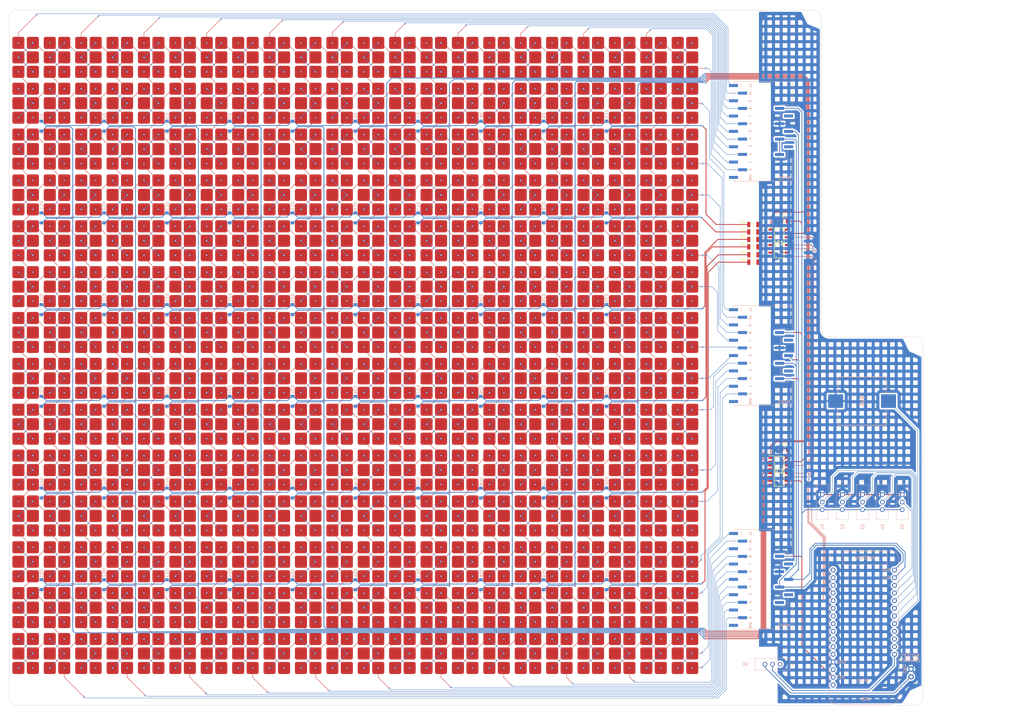
<source format=kicad_pcb>
(kicad_pcb (version 20211014) (generator pcbnew)

  (general
    (thickness 1.6)
  )

  (paper "User" 450.012 350.012)
  (layers
    (0 "F.Cu" signal)
    (31 "B.Cu" signal)
    (32 "B.Adhes" user "B.Adhesive")
    (33 "F.Adhes" user "F.Adhesive")
    (34 "B.Paste" user)
    (35 "F.Paste" user)
    (36 "B.SilkS" user "B.Silkscreen")
    (37 "F.SilkS" user "F.Silkscreen")
    (38 "B.Mask" user)
    (39 "F.Mask" user)
    (40 "Dwgs.User" user "User.Drawings")
    (41 "Cmts.User" user "User.Comments")
    (42 "Eco1.User" user "User.Eco1")
    (43 "Eco2.User" user "User.Eco2")
    (44 "Edge.Cuts" user)
    (45 "Margin" user)
    (46 "B.CrtYd" user "B.Courtyard")
    (47 "F.CrtYd" user "F.Courtyard")
    (48 "B.Fab" user)
    (49 "F.Fab" user)
    (50 "User.1" user)
    (51 "User.2" user)
    (52 "User.3" user)
    (53 "User.4" user)
    (54 "User.5" user)
    (55 "User.6" user)
    (56 "User.7" user)
    (57 "User.8" user)
    (58 "User.9" user)
  )

  (setup
    (stackup
      (layer "F.SilkS" (type "Top Silk Screen"))
      (layer "F.Paste" (type "Top Solder Paste"))
      (layer "F.Mask" (type "Top Solder Mask") (thickness 0.01))
      (layer "F.Cu" (type "copper") (thickness 0.035))
      (layer "dielectric 1" (type "core") (thickness 1.51) (material "FR4") (epsilon_r 4.5) (loss_tangent 0.02))
      (layer "B.Cu" (type "copper") (thickness 0.035))
      (layer "B.Mask" (type "Bottom Solder Mask") (thickness 0.01))
      (layer "B.Paste" (type "Bottom Solder Paste"))
      (layer "B.SilkS" (type "Bottom Silk Screen"))
      (copper_finish "None")
      (dielectric_constraints no)
    )
    (pad_to_mask_clearance 0)
    (pcbplotparams
      (layerselection 0x00010fc_ffffffff)
      (disableapertmacros false)
      (usegerberextensions true)
      (usegerberattributes false)
      (usegerberadvancedattributes false)
      (creategerberjobfile false)
      (svguseinch false)
      (svgprecision 6)
      (excludeedgelayer true)
      (plotframeref false)
      (viasonmask false)
      (mode 1)
      (useauxorigin false)
      (hpglpennumber 1)
      (hpglpenspeed 20)
      (hpglpendiameter 15.000000)
      (dxfpolygonmode true)
      (dxfimperialunits true)
      (dxfusepcbnewfont true)
      (psnegative false)
      (psa4output false)
      (plotreference true)
      (plotvalue false)
      (plotinvisibletext false)
      (sketchpadsonfab false)
      (subtractmaskfromsilk true)
      (outputformat 1)
      (mirror false)
      (drillshape 0)
      (scaleselection 1)
      (outputdirectory "Gerber/")
    )
  )

  (net 0 "")
  (net 1 "/C01")
  (net 2 "/R01")
  (net 3 "/R02")
  (net 4 "/C02")
  (net 5 "/C03")
  (net 6 "/C04")
  (net 7 "/C05")
  (net 8 "/C06")
  (net 9 "/C07")
  (net 10 "/C08")
  (net 11 "/C09")
  (net 12 "/C10")
  (net 13 "/C11")
  (net 14 "/C12")
  (net 15 "/C13")
  (net 16 "/C14")
  (net 17 "/C15")
  (net 18 "/C16")
  (net 19 "/C17")
  (net 20 "/C18")
  (net 21 "/C19")
  (net 22 "/C20")
  (net 23 "/C21")
  (net 24 "/C22")
  (net 25 "unconnected-(MPR1-Pad0)")
  (net 26 "/+3V3")
  (net 27 "unconnected-(MPR1-Pad14)")
  (net 28 "unconnected-(MCU1-Pad1)")
  (net 29 "unconnected-(MCU1-Pad3)")
  (net 30 "GND")
  (net 31 "unconnected-(MPR1-Pad18)")
  (net 32 "unconnected-(MCU1-Pad5)")
  (net 33 "unconnected-(MPR2-Pad0)")
  (net 34 "/S1")
  (net 35 "unconnected-(MPR2-Pad14)")
  (net 36 "/S2")
  (net 37 "/S3")
  (net 38 "/S4")
  (net 39 "unconnected-(MPR2-Pad18)")
  (net 40 "/S5")
  (net 41 "/R03")
  (net 42 "unconnected-(MPR3-Pad0)")
  (net 43 "/R07")
  (net 44 "/R08")
  (net 45 "unconnected-(MPR3-Pad14)")
  (net 46 "unconnected-(MCU1-Pad14)")
  (net 47 "unconnected-(MPR3-Pad18)")
  (net 48 "unconnected-(MPR3-Pad19)")
  (net 49 "/R04")
  (net 50 "/R05")
  (net 51 "/R06")
  (net 52 "/R09")
  (net 53 "/R10")
  (net 54 "/R11")
  (net 55 "/R12")
  (net 56 "/R13")
  (net 57 "/R14")
  (net 58 "unconnected-(MCU1-Pad15)")
  (net 59 "unconnected-(MCU1-Pad16)")
  (net 60 "/SDA")
  (net 61 "/SCL")
  (net 62 "unconnected-(MCU1-Pad10)")
  (net 63 "unconnected-(MCU1-Pad25)")
  (net 64 "/SH_CP")
  (net 65 "/ST_CP")
  (net 66 "/DS")
  (net 67 "unconnected-(MCU1-Pad26)")
  (net 68 "unconnected-(MCU1-Pad27)")
  (net 69 "/LR1")
  (net 70 "/LC1")
  (net 71 "/LC2")
  (net 72 "/LC3")
  (net 73 "/LC4")
  (net 74 "/LC5")
  (net 75 "/LC6")
  (net 76 "/LC7")
  (net 77 "/LC8")
  (net 78 "/LR2")
  (net 79 "/LR3")
  (net 80 "/LR4")
  (net 81 "/LR5")
  (net 82 "/LR6")
  (net 83 "/LC9")
  (net 84 "/LC10")
  (net 85 "/RR2")
  (net 86 "/RR3")
  (net 87 "/RR4")
  (net 88 "/RR5")
  (net 89 "/RR6")
  (net 90 "/RR1")
  (net 91 "/QH")
  (net 92 "unconnected-(IC2-Pad9)")
  (net 93 "unconnected-(S0-Pad1)")
  (net 94 "/i_VBAT")
  (net 95 "/VBAT")
  (net 96 "unconnected-(MCU1-Pad6)")
  (net 97 "unconnected-(MCU1-Pad7)")
  (net 98 "unconnected-(MCU1-Pad8)")
  (net 99 "unconnected-(MCU1-Pad9)")
  (net 100 "Net-(BU1-Pad1)")

  (footprint "letterboard-FOOTPRINT-library-v1.0:TOUCH_ELECTRODE_BASE_ODD" (layer "F.Cu") (at 233.35 144.25))

  (footprint "letterboard-FOOTPRINT-library-v1.0:TOUCH_ELECTRODE_BASE_EVEN" (layer "F.Cu") (at 139.75 281.05))

  (footprint "letterboard-FOOTPRINT-library-v1.0:TOUCH_ELECTRODE_BASE_EVEN" (layer "F.Cu") (at 274.95 220.25))

  (footprint "letterboard-FOOTPRINT-library-v1.0:TOUCH_ELECTRODE_BASE_EVEN" (layer "F.Cu") (at 285.35 281.05))

  (footprint "letterboard-FOOTPRINT-library-v1.0:TOUCH_ELECTRODE_BASE_EVEN" (layer "F.Cu") (at 181.35 129.05))

  (footprint "letterboard-FOOTPRINT-library-v1.0:TOUCH_ELECTRODE_BASE_EVEN" (layer "F.Cu") (at 87.75 129.05))

  (footprint "letterboard-FOOTPRINT-library-v1.0:TOUCH_ELECTRODE_BASE_EVEN" (layer "F.Cu") (at 243.75 220.25))

  (footprint "letterboard-FOOTPRINT-library-v1.0:TOUCH_ELECTRODE_BASE_ODD" (layer "F.Cu") (at 129.35 265.85))

  (footprint "letterboard-FOOTPRINT-library-v1.0:TOUCH_ELECTRODE_BASE_EVEN" (layer "F.Cu") (at 98.15 281.05))

  (footprint "letterboard-FOOTPRINT-library-v1.0:TOUCH_ELECTRODE_BASE_ODD" (layer "F.Cu") (at 191.75 113.85))

  (footprint "letterboard-FOOTPRINT-library-v1.0:TOUCH_ELECTRODE_BASE_ODD" (layer "F.Cu") (at 191.75 83.45))

  (footprint "letterboard-FOOTPRINT-library-v1.0:TOUCH_ELECTRODE_BASE_EVEN" (layer "F.Cu") (at 285.35 98.65))

  (footprint "letterboard-FOOTPRINT-library-v1.0:TOUCH_ELECTRODE_BASE_ODD" (layer "F.Cu") (at 264.55 113.85))

  (footprint "letterboard-FOOTPRINT-library-v1.0:TOUCH_ELECTRODE_BASE_ODD" (layer "F.Cu") (at 243.75 205.05))

  (footprint "letterboard-FOOTPRINT-library-v1.0:TOUCH_ELECTRODE_BASE_ODD" (layer "F.Cu") (at 222.95 265.85))

  (footprint "letterboard-FOOTPRINT-library-v1.0:TOUCH_ELECTRODE_BASE_ODD" (layer "F.Cu") (at 212.55 113.85))

  (footprint "letterboard-FOOTPRINT-library-v1.0:TOUCH_ELECTRODE_BASE_EVEN" (layer "F.Cu") (at 264.55 98.65))

  (footprint "letterboard-FOOTPRINT-library-v1.0:TOUCH_ELECTRODE_BASE_EVEN" (layer "F.Cu") (at 87.75 281.05))

  (footprint "letterboard-FOOTPRINT-library-v1.0:TOUCH_ELECTRODE_BASE_EVEN" (layer "F.Cu") (at 202.15 250.65))

  (footprint "letterboard-FOOTPRINT-library-v1.0:TOUCH_ELECTRODE_BASE_EVEN" (layer "F.Cu") (at 77.35 220.25))

  (footprint "letterboard-FOOTPRINT-library-v1.0:TOUCH_ELECTRODE_BASE_ODD" (layer "F.Cu") (at 118.95 144.25))

  (footprint "letterboard-FOOTPRINT-library-v1.0:TOUCH_ELECTRODE_BASE_ODD" (layer "F.Cu") (at 274.95 144.25))

  (footprint "letterboard-FOOTPRINT-library-v1.0:TOUCH_ELECTRODE_BASE_EVEN" (layer "F.Cu") (at 118.95 98.65))

  (footprint "letterboard-FOOTPRINT-library-v1.0:TOUCH_ELECTRODE_BASE_EVEN" (layer "F.Cu") (at 77.35 159.45))

  (footprint "letterboard-FOOTPRINT-library-v1.0:TOUCH_ELECTRODE_BASE_ODD" (layer "F.Cu") (at 243.75 83.45))

  (footprint "letterboard-FOOTPRINT-library-v1.0:TOUCH_ELECTRODE_BASE_EVEN" (layer "F.Cu") (at 295.75 220.25))

  (footprint "letterboard-FOOTPRINT-library-v1.0:TOUCH_ELECTRODE_BASE_EVEN" (layer "F.Cu") (at 233.35 281.05))

  (footprint "letterboard-FOOTPRINT-library-v1.0:TOUCH_ELECTRODE_BASE_EVEN" (layer "F.Cu") (at 202.15 98.65))

  (footprint "letterboard-FOOTPRINT-library-v1.0:TOUCH_ELECTRODE_BASE_EVEN" (layer "F.Cu") (at 87.75 220.25))

  (footprint "letterboard-FOOTPRINT-library-v1.0:TOUCH_ELECTRODE_BASE_ODD" (layer "F.Cu") (at 129.35 144.25))

  (footprint "letterboard-FOOTPRINT-library-v1.0:TOUCH_ELECTRODE_BASE_ODD" (layer "F.Cu") (at 222.95 174.65))

  (footprint "letterboard-FOOTPRINT-library-v1.0:TOUCH_ELECTRODE_BASE_EVEN" (layer "F.Cu") (at 170.95 98.65))

  (footprint "letterboard-FOOTPRINT-library-v1.0:TOUCH_ELECTRODE_BASE_ODD" (layer "F.Cu") (at 222.95 144.25))

  (footprint "letterboard-FOOTPRINT-library-v1.0:TOUCH_ELECTRODE_BASE_EVEN" (layer "F.Cu") (at 191.75 98.65))

  (footprint "letterboard-FOOTPRINT-library-v1.0:TOUCH_ELECTRODE_BASE_ODD" (layer "F.Cu") (at 274.95 174.65))

  (footprint "letterboard-FOOTPRINT-library-v1.0:TOUCH_ELECTRODE_BASE_EVEN" (layer "F.Cu") (at 285.35 159.45))

  (footprint "letterboard-FOOTPRINT-library-v1.0:TOUCH_ELECTRODE_BASE_ODD" (layer "F.Cu") (at 264.55 144.25))

  (footprint "letterboard-FOOTPRINT-library-v1.0:TOUCH_ELECTRODE_BASE_ODD" (layer "F.Cu") (at 274.95 235.45))

  (footprint "letterboard-FOOTPRINT-library-v1.0:TOUCH_ELECTRODE_BASE_EVEN" (layer "F.Cu") (at 129.35 189.85))

  (footprint "letterboard-FOOTPRINT-library-v1.0:TOUCH_ELECTRODE_BASE_ODD" (layer "F.Cu") (at 212.55 235.45))

  (footprint "letterboard-FOOTPRINT-library-v1.0:TOUCH_ELECTRODE_BASE_ODD" (layer "F.Cu") (at 212.55 205.05))

  (footprint "letterboard-FOOTPRINT-library-v1.0:TOUCH_ELECTRODE_BASE_EVEN" (layer "F.Cu") (at 98.15 189.85))

  (footprint "letterboard-FOOTPRINT-library-v1.0:TOUCH_ELECTRODE_BASE_EVEN" locked (layer "F.Cu")
    (tedit 6279992B) (tstamp 246f94e0-17ca-4746-b09d-f5b026a2158c)
    (at 77.35 250.65)
    (property "Sheetfile" "RPM Gen 3.kicad_sch")
    (property "Sheetname" "")
    (property "exclude_from_bom" "")
    (path "/52c5be95-03ac-42a7-ba95-0d4a1de35a21")
    (attr through_hole exclude_from_bom)
    (fp_text reference "ELEC243" (at 0.2 9.3 unlocked) (layer "F.SilkS") hide
      (effects (font (size 1 1) (thickness 0.15)))
      (tstamp 825c4b8a-d8cf-4a1b-8c96-bb92aba6b618)
    )
    (fp_text value "EVEN" (at 0.2 10.8 unlocked) (layer "F.Fab") hide
      (effects (font (size 1 1) (thickness 0.15)))
      (tstamp c3e831e4-9581-4b86-9489-38377c33d701)
    )
    (fp_text user "${REFERENCE}" (at 0.2 12.3 unlocked) (layer "F.Fab") hide
      (effects (font (size 1 1) (thickness 0.15)))
      (tstamp 80cbf5ab-6e94-411f-a273-79a281f27e76)
    )
    (fp_rect (start 5.2 7.6) (end -5.2 -7.6) (layer "F.Fab") (width 0.1) (fill none) (tstamp 725dc8ce-1120-41d7-bfa9-a807b0cc441a))
    (pad "1" thru_hole circle locked (at 2.4 -4.8) (size 0.55 0.55) (drill 0.3) (layers *.Cu "F.Mask")
      (net 1 "/C01") (pinfunction "TE1") (pintype "passive") (tstamp 1b500233-9315-4aa0-8e3b-12acafabdf47))
    (pad "1" smd custom locked (at 2.4 -4.8) (size 0.55 0.55) (layers "F.Cu")
      (net 1 "/C01") (pinfunction "TE1") (pintype "passive")
      (options (clearance outline) (anchor circle))
      (primitives
        (gr_line (start 0 0) (end -4.8 4.8) (width 0.127))
        (gr_circle (center -4.8 4.8) (end -4.525 4.8) (width 0) (fill yes))
        (gr_line (start -4.8 4.8) (end 0 9.6) (width 0.127))
        (gr_circle (center 0 9.6) (end 0.275 9.6) (width 0) (fill yes))
      ) (tstamp 1c6d2776-2739-4f5b-816c-e2b30d68de8e))
    (pad "1" smd roundrect locked (at -2.4 0) (size 4 4) (layers "F.Cu" "F.Mask") (roundrect_rratio 0.15)
      (net 1 "/C01") (pinfunction "TE1") (pintype "passive") (tstamp 545935f7-96ca-4f36-95f0-5b95aeef8fd5))
    (pad "1" smd roundrect locked (at 2.4 -4.8) (size 4 4) (layers "F.Cu" "F.Mask") (roundrect_rratio 0.15)
      (net 1 "/C01") (pinfunction "TE1") (pintype "passive") (tstamp 91cf3385-eccf-4500-ae7d-81bd6e62996c))
    (pad "1" thru_hole circle locked (at 2.4 4.8) (size 0.55 0.55) (drill 0.3) (layers *.Cu "F.Mask")
      (net 1 "/C01") (pinfunction "TE1") (pintype "passive") (tstamp a668b2a9-ea00-4d7e-8460-8369fd15f4de))
    (pad "1" smd roundrect locked (at 2.4 4.8) (size 4 4) (layers "F.Cu" "F.Mask") (roundrect_rratio 0.15)
      (net 1 "/C01") (pinfunction "TE1") (pintype "passive") (tstamp c4247a1d-f9f5-4796-9190-b980e649bd30))
    (pad "2" smd roundrect locked (at 2.4 0) (size 4 4) (layers "F.Cu" "F.Mask") (roundrect_rratio 0.15)
      (net 55 "/R12") (pinfunction "TE2") (pintype "passive") (tstamp 1e889e97-d9d7-4fb7-8288-a9beec129298))
    (pad "2" thru_hole circle locked (at -2.4 -4.8) (size 0.55 0.55) (drill 0.3) (layers *.Cu "F.Mask")
      (net 55 "/R12") (pinfunction "TE2") (pintype "passive") (tstamp 2b8ccdd2-2e89-4ecf-9140-860c27c72ce1))
    (pad "2" thru_hole circle
... [2289443 chars truncated]
</source>
